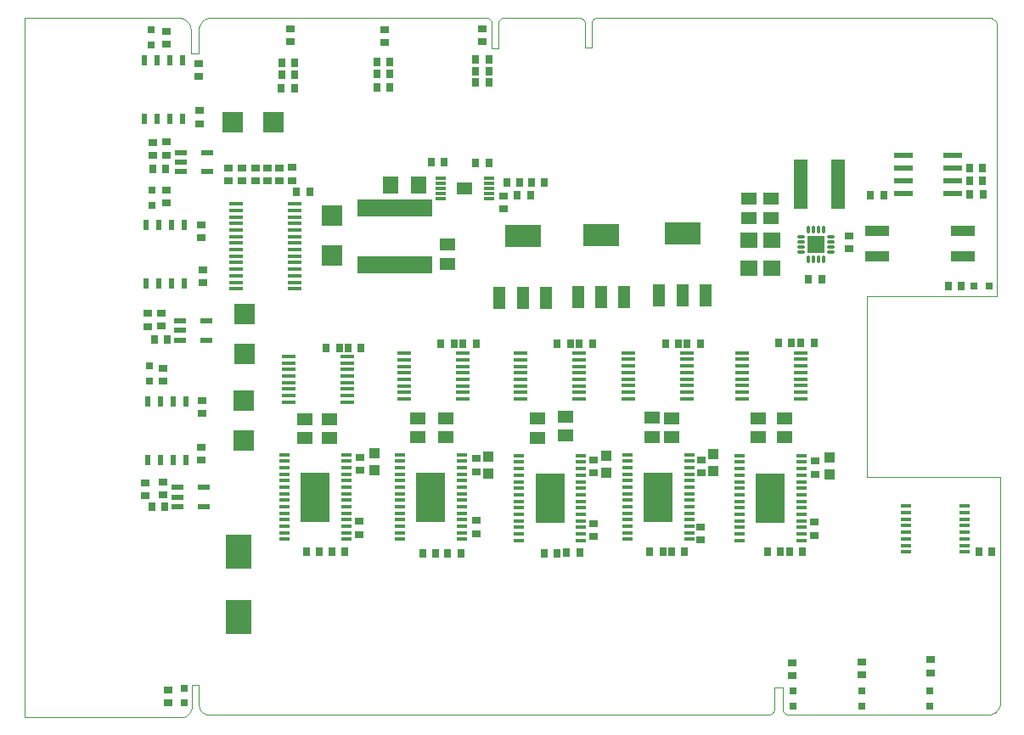
<source format=gtp>
G75*
G70*
%OFA0B0*%
%FSLAX24Y24*%
%IPPOS*%
%LPD*%
%AMOC8*
5,1,8,0,0,1.08239X$1,22.5*
%
%ADD10C,0.0000*%
%ADD11R,0.0394X0.0138*%
%ADD12R,0.1181X0.1969*%
%ADD13R,0.0580X0.0140*%
%ADD14R,0.0390X0.0120*%
%ADD15R,0.0276X0.0354*%
%ADD16R,0.0591X0.0512*%
%ADD17R,0.0315X0.0315*%
%ADD18R,0.0480X0.0880*%
%ADD19R,0.1417X0.0866*%
%ADD20R,0.0354X0.0276*%
%ADD21R,0.0394X0.0433*%
%ADD22R,0.0961X0.0445*%
%ADD23R,0.0984X0.1378*%
%ADD24R,0.0472X0.0217*%
%ADD25R,0.0197X0.0433*%
%ADD26R,0.0787X0.0787*%
%ADD27C,0.0118*%
%ADD28R,0.0709X0.0709*%
%ADD29R,0.0709X0.0630*%
%ADD30R,0.0551X0.1969*%
%ADD31R,0.0394X0.0118*%
%ADD32R,0.0630X0.0709*%
%ADD33R,0.2953X0.0709*%
%ADD34R,0.0780X0.0210*%
D10*
X000474Y003346D02*
X006615Y003346D01*
X006616Y003346D02*
X006657Y003350D01*
X006699Y003358D01*
X006739Y003369D01*
X006778Y003384D01*
X006815Y003403D01*
X006851Y003425D01*
X006884Y003450D01*
X006915Y003478D01*
X006944Y003509D01*
X006969Y003542D01*
X006991Y003577D01*
X007010Y003615D01*
X007025Y003654D01*
X007037Y003694D01*
X007044Y003735D01*
X007048Y003777D01*
X007049Y003819D01*
X007049Y004626D01*
X007324Y004626D01*
X007324Y003858D01*
X007323Y003821D01*
X007327Y003784D01*
X007334Y003748D01*
X007344Y003713D01*
X007358Y003679D01*
X007376Y003646D01*
X007396Y003616D01*
X007419Y003587D01*
X007445Y003561D01*
X007474Y003538D01*
X007504Y003517D01*
X007536Y003500D01*
X007570Y003485D01*
X007606Y003475D01*
X007642Y003467D01*
X007678Y003464D01*
X029686Y003464D01*
X029714Y003466D01*
X029742Y003471D01*
X029770Y003479D01*
X029796Y003491D01*
X029820Y003506D01*
X029842Y003523D01*
X029863Y003544D01*
X029880Y003566D01*
X029895Y003590D01*
X029907Y003616D01*
X029915Y003644D01*
X029920Y003672D01*
X029922Y003700D01*
X029923Y003700D02*
X029923Y004527D01*
X030237Y004527D01*
X030237Y003700D01*
X030238Y003700D02*
X030240Y003672D01*
X030245Y003644D01*
X030253Y003616D01*
X030265Y003590D01*
X030280Y003566D01*
X030297Y003544D01*
X030318Y003523D01*
X030340Y003506D01*
X030364Y003491D01*
X030390Y003479D01*
X030418Y003471D01*
X030446Y003466D01*
X030474Y003464D01*
X038249Y003464D01*
X038249Y003465D02*
X038290Y003461D01*
X038332Y003462D01*
X038373Y003465D01*
X038414Y003473D01*
X038454Y003484D01*
X038493Y003498D01*
X038531Y003516D01*
X038566Y003537D01*
X038600Y003561D01*
X038632Y003588D01*
X038661Y003618D01*
X038688Y003650D01*
X038711Y003684D01*
X038732Y003720D01*
X038749Y003758D01*
X038763Y003797D01*
X038773Y003837D01*
X038780Y003878D01*
X038781Y003878D02*
X038781Y012795D01*
X033545Y012795D01*
X033545Y019882D01*
X038663Y019882D01*
X038663Y030511D01*
X038662Y030512D02*
X038658Y030548D01*
X038649Y030584D01*
X038637Y030618D01*
X038622Y030651D01*
X038603Y030683D01*
X038581Y030712D01*
X038556Y030739D01*
X038528Y030763D01*
X038498Y030784D01*
X038466Y030802D01*
X038433Y030816D01*
X038398Y030827D01*
X038362Y030834D01*
X038325Y030837D01*
X038288Y030836D01*
X038289Y030836D02*
X022964Y030836D01*
X022963Y030836D02*
X022935Y030831D01*
X022907Y030823D01*
X022880Y030811D01*
X022854Y030797D01*
X022831Y030779D01*
X022810Y030759D01*
X022792Y030736D01*
X022776Y030712D01*
X022763Y030685D01*
X022754Y030657D01*
X022748Y030629D01*
X022746Y030600D01*
X022747Y030570D01*
X022747Y030571D02*
X022747Y029645D01*
X022491Y029645D01*
X022491Y030551D01*
X022492Y030551D02*
X022493Y030582D01*
X022490Y030613D01*
X022483Y030643D01*
X022472Y030673D01*
X022458Y030700D01*
X022441Y030726D01*
X022421Y030750D01*
X022398Y030771D01*
X022373Y030789D01*
X022345Y030804D01*
X022316Y030815D01*
X022286Y030823D01*
X022256Y030827D01*
X022255Y030826D02*
X019273Y030826D01*
X019245Y030819D01*
X019217Y030809D01*
X019192Y030796D01*
X019168Y030780D01*
X019146Y030762D01*
X019126Y030740D01*
X019109Y030717D01*
X019096Y030692D01*
X019085Y030665D01*
X019078Y030637D01*
X019074Y030608D01*
X019073Y030579D01*
X019076Y030551D01*
X019076Y029626D01*
X018820Y029626D01*
X018820Y030551D01*
X018823Y030579D01*
X018822Y030608D01*
X018818Y030637D01*
X018811Y030665D01*
X018800Y030692D01*
X018787Y030717D01*
X018770Y030740D01*
X018750Y030762D01*
X018728Y030780D01*
X018704Y030796D01*
X018679Y030809D01*
X018651Y030819D01*
X018623Y030826D01*
X007797Y030826D01*
X007756Y030824D01*
X007715Y030819D01*
X007675Y030810D01*
X007636Y030798D01*
X007598Y030782D01*
X007561Y030763D01*
X007526Y030741D01*
X007494Y030716D01*
X007463Y030688D01*
X007435Y030657D01*
X007410Y030625D01*
X007388Y030590D01*
X007369Y030553D01*
X007353Y030515D01*
X007341Y030476D01*
X007332Y030436D01*
X007327Y030395D01*
X007325Y030354D01*
X007324Y030354D02*
X007324Y029409D01*
X007009Y029409D01*
X007009Y030354D01*
X007010Y030354D02*
X007006Y030397D01*
X006999Y030439D01*
X006988Y030481D01*
X006973Y030521D01*
X006955Y030560D01*
X006934Y030597D01*
X006909Y030633D01*
X006882Y030666D01*
X006851Y030696D01*
X006819Y030724D01*
X006783Y030749D01*
X006746Y030770D01*
X006707Y030789D01*
X006667Y030804D01*
X006625Y030815D01*
X006583Y030823D01*
X006540Y030826D01*
X006497Y030827D01*
X006497Y030826D02*
X000474Y030826D01*
X000474Y003346D01*
D11*
X010675Y010344D03*
X010675Y010600D03*
X010675Y010856D03*
X010675Y011112D03*
X010675Y011368D03*
X010675Y011624D03*
X010675Y011880D03*
X010675Y012136D03*
X010675Y012391D03*
X010675Y012647D03*
X010675Y012903D03*
X010675Y013159D03*
X010675Y013415D03*
X010675Y013671D03*
X013107Y013671D03*
X013107Y013415D03*
X013107Y013159D03*
X013107Y012903D03*
X013107Y012647D03*
X013107Y012391D03*
X013107Y012136D03*
X013107Y011880D03*
X013107Y011624D03*
X013107Y011368D03*
X013107Y011112D03*
X013107Y010856D03*
X013107Y010600D03*
X013107Y010344D03*
X015203Y010344D03*
X015203Y010600D03*
X015203Y010856D03*
X015203Y011112D03*
X015203Y011368D03*
X015203Y011624D03*
X015203Y011880D03*
X015203Y012136D03*
X015203Y012391D03*
X015203Y012647D03*
X015203Y012903D03*
X015203Y013159D03*
X015203Y013415D03*
X015203Y013671D03*
X017634Y013671D03*
X017634Y013415D03*
X017634Y013159D03*
X017634Y012903D03*
X017634Y012647D03*
X017634Y012391D03*
X017634Y012136D03*
X017634Y011880D03*
X017634Y011624D03*
X017634Y011368D03*
X017634Y011112D03*
X017634Y010856D03*
X017634Y010600D03*
X017634Y010344D03*
X019888Y010305D03*
X019888Y010561D03*
X019888Y010817D03*
X019888Y011073D03*
X019888Y011328D03*
X019888Y011584D03*
X019888Y011840D03*
X019888Y012096D03*
X019888Y012352D03*
X019888Y012608D03*
X019888Y012864D03*
X019888Y013120D03*
X019888Y013376D03*
X019888Y013632D03*
X022319Y013632D03*
X022319Y013376D03*
X022319Y013120D03*
X022319Y012864D03*
X022319Y012608D03*
X022319Y012352D03*
X022319Y012096D03*
X022319Y011840D03*
X022319Y011584D03*
X022319Y011328D03*
X022319Y011073D03*
X022319Y010817D03*
X022319Y010561D03*
X022319Y010305D03*
X024140Y010344D03*
X024140Y010600D03*
X024140Y010856D03*
X024140Y011112D03*
X024140Y011368D03*
X024140Y011624D03*
X024140Y011880D03*
X024140Y012136D03*
X024140Y012391D03*
X024140Y012647D03*
X024140Y012903D03*
X024140Y013159D03*
X024140Y013415D03*
X024140Y013671D03*
X026571Y013671D03*
X026571Y013415D03*
X026571Y013159D03*
X026571Y012903D03*
X026571Y012647D03*
X026571Y012391D03*
X026571Y012136D03*
X026571Y011880D03*
X026571Y011624D03*
X026571Y011368D03*
X026571Y011112D03*
X026571Y010856D03*
X026571Y010600D03*
X026571Y010344D03*
X028549Y010305D03*
X028549Y010561D03*
X028549Y010817D03*
X028549Y011073D03*
X028549Y011328D03*
X028549Y011584D03*
X028549Y011840D03*
X028549Y012096D03*
X028549Y012352D03*
X028549Y012608D03*
X028549Y012864D03*
X028549Y013120D03*
X028549Y013376D03*
X028549Y013632D03*
X030981Y013632D03*
X030981Y013376D03*
X030981Y013120D03*
X030981Y012864D03*
X030981Y012608D03*
X030981Y012352D03*
X030981Y012096D03*
X030981Y011840D03*
X030981Y011584D03*
X030981Y011328D03*
X030981Y011073D03*
X030981Y010817D03*
X030981Y010561D03*
X030981Y010305D03*
D12*
X029765Y011968D03*
X025356Y012008D03*
X021104Y011968D03*
X016419Y012008D03*
X011891Y012008D03*
D13*
X010839Y015734D03*
X010839Y015994D03*
X010839Y016254D03*
X010839Y016504D03*
X010839Y016764D03*
X010839Y017014D03*
X010839Y017274D03*
X010839Y017534D03*
X013139Y017534D03*
X013139Y017274D03*
X013139Y017014D03*
X013139Y016764D03*
X013139Y016504D03*
X013139Y016254D03*
X013139Y015994D03*
X013139Y015734D03*
X015367Y015852D03*
X015367Y016112D03*
X015367Y016372D03*
X015367Y016622D03*
X015367Y016882D03*
X015367Y017132D03*
X015367Y017392D03*
X015367Y017652D03*
X017667Y017652D03*
X017667Y017392D03*
X017667Y017132D03*
X017667Y016882D03*
X017667Y016622D03*
X017667Y016372D03*
X017667Y016112D03*
X017667Y015852D03*
X019954Y015852D03*
X019954Y016112D03*
X019954Y016372D03*
X019954Y016622D03*
X019954Y016882D03*
X019954Y017132D03*
X019954Y017392D03*
X019954Y017652D03*
X022254Y017652D03*
X022254Y017392D03*
X022254Y017132D03*
X022254Y016882D03*
X022254Y016622D03*
X022254Y016372D03*
X022254Y016112D03*
X022254Y015852D03*
X024186Y015871D03*
X024186Y016131D03*
X024186Y016391D03*
X024186Y016641D03*
X024186Y016901D03*
X024186Y017151D03*
X024186Y017411D03*
X024186Y017671D03*
X026486Y017671D03*
X026486Y017411D03*
X026486Y017151D03*
X026486Y016901D03*
X026486Y016641D03*
X026486Y016391D03*
X026486Y016131D03*
X026486Y015871D03*
X028654Y015871D03*
X028654Y016131D03*
X028654Y016391D03*
X028654Y016641D03*
X028654Y016901D03*
X028654Y017151D03*
X028654Y017411D03*
X028654Y017671D03*
X030954Y017671D03*
X030954Y017411D03*
X030954Y017151D03*
X030954Y016901D03*
X030954Y016641D03*
X030954Y016391D03*
X030954Y016131D03*
X030954Y015871D03*
X011092Y020190D03*
X011092Y020440D03*
X011092Y020700D03*
X011092Y020950D03*
X011092Y021210D03*
X011092Y021470D03*
X011092Y021720D03*
X011092Y021980D03*
X011092Y022230D03*
X011092Y022490D03*
X011092Y022750D03*
X011092Y023000D03*
X011092Y023260D03*
X011092Y023510D03*
X008792Y023510D03*
X008792Y023260D03*
X008792Y023000D03*
X008792Y022750D03*
X008792Y022490D03*
X008792Y022230D03*
X008792Y021980D03*
X008792Y021720D03*
X008792Y021470D03*
X008792Y021210D03*
X008792Y020950D03*
X008792Y020700D03*
X008792Y020440D03*
X008792Y020190D03*
D14*
X035093Y011643D03*
X035093Y011387D03*
X035093Y011132D03*
X035093Y010876D03*
X035093Y010620D03*
X035093Y010364D03*
X035093Y010108D03*
X035093Y009852D03*
X037390Y009852D03*
X037390Y010108D03*
X037390Y010364D03*
X037390Y010620D03*
X037390Y010876D03*
X037390Y011132D03*
X037390Y011387D03*
X037390Y011643D03*
D15*
X037934Y009862D03*
X038446Y009862D03*
X031025Y009852D03*
X030513Y009852D03*
X030159Y009852D03*
X029647Y009852D03*
X026399Y009842D03*
X025887Y009842D03*
X025533Y009842D03*
X025021Y009842D03*
X022275Y009813D03*
X021763Y009813D03*
X021399Y009803D03*
X020887Y009803D03*
X017600Y009803D03*
X017088Y009803D03*
X016625Y009803D03*
X016113Y009803D03*
X013052Y009842D03*
X012541Y009842D03*
X012058Y009842D03*
X011547Y009842D03*
X005986Y011614D03*
X005474Y011614D03*
X012324Y017874D03*
X012836Y017874D03*
X013186Y017866D03*
X013698Y017866D03*
X016832Y018011D03*
X017344Y018011D03*
X017698Y018011D03*
X018210Y018011D03*
X021399Y018031D03*
X021911Y018031D03*
X022265Y018031D03*
X022777Y018031D03*
X025651Y018031D03*
X026163Y018031D03*
X026497Y018031D03*
X027009Y018031D03*
X030080Y018051D03*
X030592Y018051D03*
X030966Y018051D03*
X031478Y018051D03*
X031261Y020551D03*
X031773Y020551D03*
X033696Y023848D03*
X034208Y023848D03*
X037590Y023907D03*
X038102Y023907D03*
X038092Y024419D03*
X038082Y024931D03*
X037570Y024931D03*
X037580Y024419D03*
X037265Y020285D03*
X036753Y020285D03*
X020897Y024370D03*
X020385Y024370D03*
X019913Y024370D03*
X019401Y024370D03*
X019824Y023858D03*
X020336Y023858D03*
X018702Y025118D03*
X018190Y025118D03*
X016950Y025157D03*
X016438Y025157D03*
X014824Y028090D03*
X014312Y028090D03*
X014312Y028622D03*
X014312Y029094D03*
X014824Y029094D03*
X014824Y028622D03*
X018190Y028740D03*
X018190Y028287D03*
X018702Y028287D03*
X018702Y028740D03*
X018702Y029193D03*
X018190Y029193D03*
X011673Y023988D03*
X011161Y023988D03*
X011074Y028061D03*
X010562Y028061D03*
X010572Y028602D03*
X010572Y029055D03*
X011084Y029055D03*
X011084Y028602D03*
X006025Y024882D03*
X005513Y024882D03*
X005572Y018189D03*
X006084Y018189D03*
D16*
X011478Y015059D03*
X011478Y014311D03*
X012442Y014311D03*
X012442Y015059D03*
X015907Y015098D03*
X015907Y014350D03*
X017029Y014350D03*
X017029Y015098D03*
X020611Y015078D03*
X020611Y014330D03*
X021714Y014409D03*
X021714Y015157D03*
X025100Y015118D03*
X025887Y015098D03*
X025887Y014350D03*
X025100Y014370D03*
X029273Y014350D03*
X029273Y015098D03*
X030316Y015098D03*
X030316Y014350D03*
X029785Y022972D03*
X029785Y023720D03*
X028919Y023720D03*
X028919Y022972D03*
X017741Y024126D03*
X017068Y021909D03*
X017068Y021161D03*
D17*
X005484Y023464D03*
X005484Y024055D03*
X005464Y029754D03*
X005464Y030344D03*
X005395Y017145D03*
X005395Y016555D03*
X006753Y004508D03*
X006753Y003917D03*
X030651Y003799D03*
X030651Y004389D03*
X033348Y004389D03*
X033348Y003799D03*
X036025Y003799D03*
X036025Y004389D03*
X037757Y020285D03*
X038348Y020285D03*
D18*
X027210Y019921D03*
X026300Y019921D03*
X025391Y019921D03*
X024021Y019862D03*
X023111Y019862D03*
X022202Y019862D03*
X020950Y019823D03*
X020041Y019823D03*
X019131Y019823D03*
D19*
X020041Y022263D03*
X023111Y022302D03*
X026300Y022361D03*
D20*
X032865Y022263D03*
X032865Y021752D03*
X031527Y013415D03*
X031527Y012903D03*
X031497Y011013D03*
X031497Y010502D03*
X027019Y010315D03*
X027019Y010826D03*
X027058Y012943D03*
X027058Y013454D03*
X022826Y013464D03*
X022826Y012952D03*
X022806Y010964D03*
X022806Y010452D03*
X018230Y010571D03*
X018230Y011082D03*
X018200Y013002D03*
X018200Y013513D03*
X013643Y013563D03*
X013643Y013051D03*
X013623Y011053D03*
X013623Y010541D03*
X007403Y013445D03*
X007403Y013956D03*
X007442Y015295D03*
X007442Y015807D03*
X005907Y016555D03*
X005907Y017067D03*
X005850Y018710D03*
X005326Y018700D03*
X005326Y019212D03*
X005850Y019222D03*
X007482Y020413D03*
X007482Y020925D03*
X007403Y022185D03*
X007403Y022697D03*
X006035Y023543D03*
X006035Y024055D03*
X006052Y025439D03*
X006052Y025950D03*
X005523Y025941D03*
X005523Y025429D03*
X007363Y026673D03*
X007363Y027185D03*
X007324Y028523D03*
X007324Y029035D03*
X006054Y029793D03*
X006054Y030305D03*
X010907Y030393D03*
X010907Y029882D03*
X014627Y029862D03*
X014627Y030374D03*
X018446Y030393D03*
X018446Y029882D03*
X019293Y023828D03*
X019293Y023317D03*
X010972Y024441D03*
X010493Y024429D03*
X010021Y024429D03*
X009552Y024425D03*
X009552Y024937D03*
X010021Y024941D03*
X010493Y024941D03*
X010972Y024952D03*
X009021Y024941D03*
X009021Y024429D03*
X008489Y024425D03*
X008489Y024937D03*
X005907Y012598D03*
X005907Y012086D03*
X005224Y012061D03*
X005224Y012573D03*
X006123Y004429D03*
X006123Y003917D03*
X030631Y004980D03*
X030631Y005492D03*
X033348Y005531D03*
X033348Y005019D03*
X036064Y005098D03*
X036064Y005610D03*
D21*
X032088Y012903D03*
X032088Y013573D03*
X027531Y013700D03*
X027531Y013031D03*
X023308Y012952D03*
X023308Y013622D03*
X018673Y013592D03*
X018673Y012923D03*
X014224Y013051D03*
X014224Y013720D03*
D22*
X033938Y021458D03*
X033938Y022458D03*
X037324Y022458D03*
X037324Y021458D03*
D23*
X008899Y009862D03*
X008899Y007303D03*
D24*
X007521Y011634D03*
X007521Y012382D03*
X006497Y012382D03*
X006497Y012008D03*
X006497Y011634D03*
X006576Y018169D03*
X006576Y018543D03*
X006576Y018917D03*
X007600Y018917D03*
X007600Y018169D03*
X007639Y024783D03*
X007639Y025531D03*
X006615Y025531D03*
X006615Y025157D03*
X006615Y024783D03*
D25*
X006667Y026870D03*
X006167Y026870D03*
X005667Y026870D03*
X005167Y026870D03*
X005167Y029153D03*
X005667Y029153D03*
X006167Y029153D03*
X006667Y029153D03*
X006736Y022687D03*
X006236Y022687D03*
X005736Y022687D03*
X005236Y022687D03*
X005236Y020403D03*
X005736Y020403D03*
X006236Y020403D03*
X006736Y020403D03*
X006804Y015748D03*
X006304Y015748D03*
X005804Y015748D03*
X005304Y015748D03*
X005304Y013464D03*
X005804Y013464D03*
X006304Y013464D03*
X006804Y013464D03*
D26*
X009076Y014232D03*
X009076Y015807D03*
X009115Y017618D03*
X009115Y019193D03*
X012560Y021496D03*
X012560Y023071D03*
X010237Y026712D03*
X008663Y026712D03*
D27*
X030888Y022224D02*
X031064Y022224D01*
X031064Y022027D02*
X030888Y022027D01*
X030888Y021830D02*
X031064Y021830D01*
X031064Y021634D02*
X030888Y021634D01*
X031261Y021436D02*
X031261Y021260D01*
X031458Y021260D02*
X031458Y021436D01*
X031655Y021436D02*
X031655Y021260D01*
X031852Y021260D02*
X031852Y021436D01*
X032049Y021634D02*
X032225Y021634D01*
X032225Y021830D02*
X032049Y021830D01*
X032049Y022027D02*
X032225Y022027D01*
X032225Y022224D02*
X032049Y022224D01*
X031852Y022422D02*
X031852Y022598D01*
X031655Y022598D02*
X031655Y022422D01*
X031458Y022422D02*
X031458Y022598D01*
X031261Y022598D02*
X031261Y022422D01*
D28*
X031556Y021929D03*
D29*
X029824Y022086D03*
X028919Y022086D03*
X028919Y020984D03*
X029824Y020984D03*
D30*
X030946Y024291D03*
X032403Y024291D03*
D31*
X018702Y024330D03*
X018702Y024527D03*
X018702Y024132D03*
X018702Y023937D03*
X018702Y023740D03*
X016812Y023740D03*
X016812Y023937D03*
X016812Y024132D03*
X016812Y024330D03*
X016812Y024527D03*
D32*
X015946Y024252D03*
X014844Y024252D03*
D33*
X015001Y023346D03*
X015001Y021141D03*
D34*
X034986Y023935D03*
X034986Y024435D03*
X034986Y024935D03*
X034986Y025435D03*
X036926Y025435D03*
X036926Y024935D03*
X036926Y024435D03*
X036926Y023935D03*
M02*

</source>
